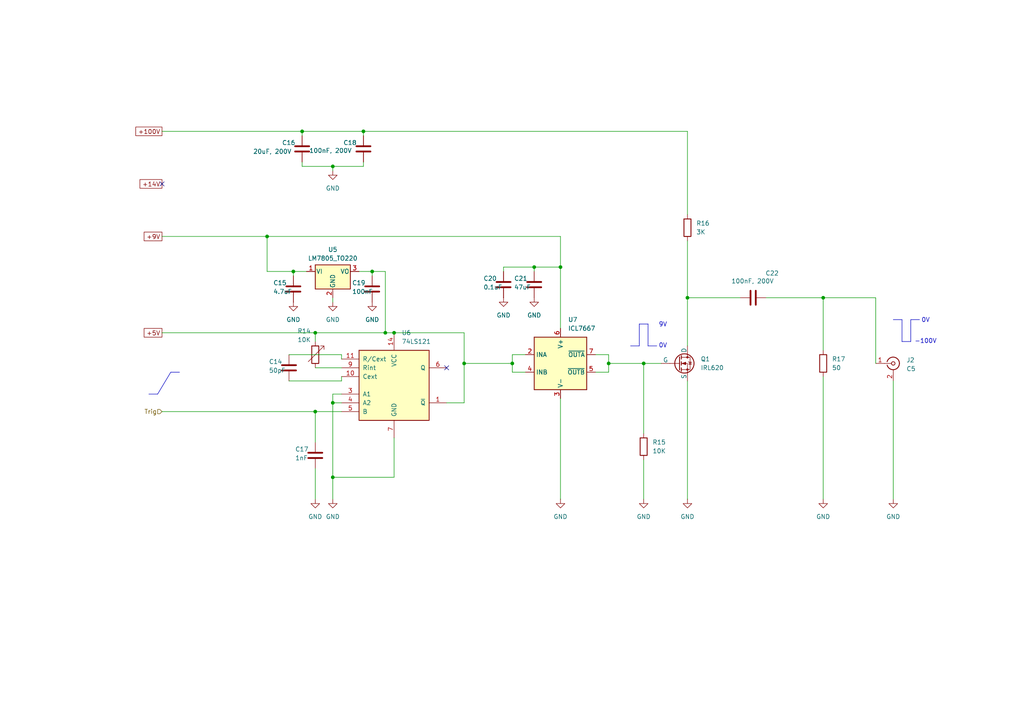
<source format=kicad_sch>
(kicad_sch (version 20231120) (generator "eeschema") (generator_version "8.0")
  (paper "A4")
  (title_block (title "Ultrasound") (company "Ege Turan") (comment 2 "Stanford, CA 94305") (comment 3 "Electrical Engineering Department") (comment 4 "Stanford University"))
  (lib_symbols
    (symbol "74xx:74LS121" (pin_names (offset 1.016))
      (property "Reference" "U" (at -7.62 11.43 0))
      (property "Value" "74LS121" (at -7.62 -11.43 0))
      (symbol "74LS121_1_0"
        (pin output line (at 15.24 -5.08 180) (length 5.08) (name "~{Q}") (number "1"))
        (pin input line (at -15.24 2.54 0) (length 5.08) (name "Cext") (number "10"))
        (pin input line (at -15.24 7.62 0) (length 5.08) (name "R/Cext") (number "11"))
        (pin power_in line (at 0 15.24 270) (length 5.08) (name "VCC") (number "14"))
        (pin input line (at -15.24 -2.54 0) (length 5.08) (name "A1") (number "3"))
        (pin input line (at -15.24 -5.08 0) (length 5.08) (name "A2") (number "4"))
        (pin input line (at -15.24 -7.62 0) (length 5.08) (name "B") (number "5"))
        (pin output line (at 15.24 5.08 180) (length 5.08) (name "Q") (number "6"))
        (pin power_in line (at 0 -15.24 90) (length 5.08) (name "GND") (number "7"))
        (pin input line (at -15.24 5.08 0) (length 5.08) (name "Rint") (number "9"))
      )
      (symbol "74LS121_1_1"
        (rectangle (start -10.16 10.16) (end 10.16 -10.16) (stroke (width 0.254)) (fill (type background)))
      )
    )
    (symbol "Connector:Conn_Coaxial" (pin_names (offset 1.016) hide)
      (property "Reference" "J" (at 0.254 3.048 0))
      (property "Value" "Conn_Coaxial" (at 2.921 0 90))
      (symbol "Conn_Coaxial_0_1"
        (arc (start -1.778 -0.508) (mid 0.2311 -1.8066) (end 1.778 0) (stroke (width 0.254)))
        (polyline (pts (xy -2.54 0) (xy -0.508 0)))
        (polyline (pts (xy 0 -2.54) (xy 0 -1.778)))
        (circle (center 0 0) (radius 0.508) (stroke (width 0.2032)))
        (arc (start 1.778 0) (mid 0.2099 1.8101) (end -1.778 0.508) (stroke (width 0.254)))
      )
      (symbol "Conn_Coaxial_1_1"
        (pin passive line (at -5.08 0 0) (length 2.54) (name "In") (number "1"))
        (pin passive line (at 0 -5.08 90) (length 2.54) (name "Ext") (number "2"))
      )
    )
    (symbol "Device:C" (pin_numbers hide) (pin_names (offset 0.254))
      (property "Reference" "C" (at 0.635 2.54 0))
      (property "Value" "C" (at 0.635 -2.54 0))
      (symbol "C_0_1"
        (polyline (pts (xy -2.032 -0.762) (xy 2.032 -0.762)) (stroke (width 0.508)))
        (polyline (pts (xy -2.032 0.762) (xy 2.032 0.762)) (stroke (width 0.508)))
      )
      (symbol "C_1_1"
        (pin passive line (at 0 3.81 270) (length 2.794) (name "~") (number "1"))
        (pin passive line (at 0 -3.81 90) (length 2.794) (name "~") (number "2"))
      )
    )
    (symbol "Device:R" (pin_numbers hide) (pin_names (offset 0))
      (property "Reference" "R" (at 2.032 0 90))
      (property "Value" "R" (at 0 0 90))
      (symbol "R_0_1"
        (rectangle (start -1.016 -2.54) (end 1.016 2.54) (stroke (width 0.254)))
      )
      (symbol "R_1_1"
        (pin passive line (at 0 3.81 270) (length 1.27) (name "~") (number "1"))
        (pin passive line (at 0 -3.81 90) (length 1.27) (name "~") (number "2"))
      )
    )
    (symbol "Device:R_Variable" (pin_numbers hide) (pin_names (offset 0))
      (property "Reference" "R" (at 2.54 -2.54 90))
      (property "Value" "R_Variable" (at -2.54 -1.27 90))
      (symbol "R_Variable_0_1"
        (rectangle (start -1.016 -2.54) (end 1.016 2.54) (stroke (width 0.254)))
        (polyline (pts (xy 2.54 1.524) (xy 2.54 2.54) (xy 1.524 2.54) (xy 2.54 2.54) (xy -2.032 -2.032)))
      )
      (symbol "R_Variable_1_1"
        (pin passive line (at 0 3.81 270) (length 1.27) (name "~") (number "1"))
        (pin passive line (at 0 -3.81 90) (length 1.27) (name "~") (number "2"))
      )
    )
    (symbol "Driver_FET:ICL7667"
      (property "Reference" "U" (at -7.62 8.89 0))
      (property "Value" "ICL7667" (at 1.27 8.89 0))
      (symbol "ICL7667_0_1"
        (rectangle (start -7.62 -7.62) (end 7.62 7.62) (stroke (width 0.254)) (fill (type background)))
      )
      (symbol "ICL7667_1_1"
        (pin no_connect line (at -7.62 0 0) (length 2.54) hide (name "NC") (number "1"))
        (pin input line (at -10.16 2.54 0) (length 2.54) (name "INA") (number "2"))
        (pin power_in line (at 0 -10.16 90) (length 2.54) (name "V-") (number "3"))
        (pin input line (at -10.16 -2.54 0) (length 2.54) (name "INB") (number "4"))
        (pin output line (at 10.16 -2.54 180) (length 2.54) (name "~{OUTB}") (number "5"))
        (pin power_in line (at 0 10.16 270) (length 2.54) (name "V+") (number "6"))
        (pin output line (at 10.16 2.54 180) (length 2.54) (name "~{OUTA}") (number "7"))
        (pin no_connect line (at 7.62 0 180) (length 2.54) hide (name "NC") (number "8"))
      )
    )
    (symbol "Regulator_Linear:LM7805_TO220" (pin_names (offset 0.254))
      (property "Reference" "U" (at -3.81 3.175 0))
      (property "Value" "LM7805_TO220" (at 0 3.175 0))
      (symbol "LM7805_TO220_0_1"
        (rectangle (start -5.08 1.905) (end 5.08 -5.08) (stroke (width 0.254)) (fill (type background)))
      )
      (symbol "LM7805_TO220_1_1"
        (pin power_in line (at -7.62 0 0) (length 2.54) (name "VI") (number "1"))
        (pin power_in line (at 0 -7.62 90) (length 2.54) (name "GND") (number "2"))
        (pin power_out line (at 7.62 0 180) (length 2.54) (name "VO") (number "3"))
      )
    )
    (symbol "Simulation_SPICE:NMOS" (pin_numbers hide) (pin_names (offset 0))
      (property "Reference" "Q" (at 5.08 1.27 0))
      (property "Value" "NMOS" (at 5.08 -1.27 0))
      (symbol "NMOS_0_1"
        (polyline (pts (xy 0.254 0) (xy -2.54 0)))
        (polyline (pts (xy 0.254 1.905) (xy 0.254 -1.905)) (stroke (width 0.254)))
        (polyline (pts (xy 0.762 -1.27) (xy 0.762 -2.286)) (stroke (width 0.254)))
        (polyline (pts (xy 0.762 0.508) (xy 0.762 -0.508)) (stroke (width 0.254)))
        (polyline (pts (xy 0.762 2.286) (xy 0.762 1.27)) (stroke (width 0.254)))
        (polyline (pts (xy 2.54 2.54) (xy 2.54 1.778)))
        (polyline (pts (xy 2.54 -2.54) (xy 2.54 0) (xy 0.762 0)))
        (polyline (pts (xy 0.762 -1.778) (xy 3.302 -1.778) (xy 3.302 1.778) (xy 0.762 1.778)))
        (polyline (pts (xy 1.016 0) (xy 2.032 0.381) (xy 2.032 -0.381) (xy 1.016 0)) (fill (type outline)))
        (polyline (pts (xy 2.794 0.508) (xy 2.921 0.381) (xy 3.683 0.381) (xy 3.81 0.254)))
        (polyline (pts (xy 3.302 0.381) (xy 2.921 -0.254) (xy 3.683 -0.254) (xy 3.302 0.381)))
        (circle (center 1.651 0) (radius 2.794) (stroke (width 0.254)))
        (circle (center 2.54 -1.778) (radius 0.254) (fill (type outline)))
        (circle (center 2.54 1.778) (radius 0.254) (fill (type outline)))
      )
      (symbol "NMOS_1_1"
        (pin passive line (at 2.54 5.08 270) (length 2.54) (name "D") (number "1"))
        (pin input line (at -5.08 0 0) (length 2.54) (name "G") (number "2"))
        (pin passive line (at 2.54 -5.08 90) (length 2.54) (name "S") (number "3"))
      )
    )
    (symbol "power:GND" (power) (pin_numbers hide) (pin_names (offset 0) hide)
      (property "Value" "GND" (at 0 -3.81 0))
      (symbol "GND_0_1"
        (polyline (pts (xy 0 0) (xy 0 -1.27) (xy 1.27 -1.27) (xy 0 -2.54) (xy -1.27 -1.27) (xy 0 -1.27)))
      )
      (symbol "GND_1_1"
        (pin power_in line (at 0 0 270) (length 0) (name "~") (number "1"))
      )
    )
  )
  (junction (at 111.76 96.52))
  (junction (at 77.47 68.58))
  (junction (at 91.44 96.52))
  (junction (at 162.56 77.47))
  (junction (at 154.94 77.47))
  (junction (at 96.52 138.43))
  (junction (at 186.69 105.41))
  (junction (at 107.95 78.74))
  (junction (at 238.76 86.36))
  (junction (at 91.44 119.38))
  (junction (at 105.41 38.1))
  (junction (at 87.63 38.1))
  (junction (at 85.09 78.74))
  (junction (at 176.53 105.41))
  (junction (at 96.52 116.84))
  (junction (at 148.59 105.41))
  (junction (at 114.3 96.52))
  (junction (at 96.52 48.26))
  (junction (at 134.62 105.41))
  (junction (at 199.39 86.36))
  (no_connect (at 46.99 53.34))
  (no_connect (at 129.54 106.68))
  (wire (pts (xy 259.08 110.49) (xy 259.08 144.78)))
  (wire (pts (xy 87.63 38.1) (xy 87.63 39.37)))
  (polyline (pts (xy 264.16 99.06) (xy 264.16 92.71)))
  (wire (pts (xy 107.95 78.74) (xy 111.76 78.74)))
  (wire (pts (xy 199.39 69.85) (xy 199.39 86.36)))
  (polyline (pts (xy 182.88 100.33) (xy 185.42 100.33)))
  (wire (pts (xy 105.41 38.1) (xy 199.39 38.1)))
  (wire (pts (xy 91.44 96.52) (xy 111.76 96.52)))
  (wire (pts (xy 87.63 38.1) (xy 105.41 38.1)))
  (wire (pts (xy 83.82 110.49) (xy 99.06 110.49)))
  (wire (pts (xy 199.39 86.36) (xy 214.63 86.36)))
  (wire (pts (xy 199.39 110.49) (xy 199.39 144.78)))
  (wire (pts (xy 91.44 106.68) (xy 99.06 106.68)))
  (wire (pts (xy 111.76 78.74) (xy 111.76 96.52)))
  (polyline (pts (xy 49.53 107.95) (xy 45.72 114.3)))
  (wire (pts (xy 46.99 119.38) (xy 91.44 119.38)))
  (wire (pts (xy 91.44 96.52) (xy 91.44 99.06)))
  (wire (pts (xy 46.99 68.58) (xy 77.47 68.58)))
  (wire (pts (xy 238.76 101.6) (xy 238.76 86.36)))
  (wire (pts (xy 77.47 78.74) (xy 85.09 78.74)))
  (wire (pts (xy 154.94 77.47) (xy 162.56 77.47)))
  (wire (pts (xy 134.62 116.84) (xy 129.54 116.84)))
  (wire (pts (xy 96.52 138.43) (xy 96.52 116.84)))
  (wire (pts (xy 199.39 38.1) (xy 199.39 62.23)))
  (wire (pts (xy 85.09 78.74) (xy 88.9 78.74)))
  (wire (pts (xy 83.82 102.87) (xy 99.06 102.87)))
  (wire (pts (xy 87.63 48.26) (xy 87.63 46.99)))
  (wire (pts (xy 96.52 48.26) (xy 96.52 49.53)))
  (wire (pts (xy 148.59 105.41) (xy 148.59 107.95)))
  (wire (pts (xy 114.3 127) (xy 114.3 138.43)))
  (wire (pts (xy 46.99 96.52) (xy 91.44 96.52)))
  (wire (pts (xy 104.14 78.74) (xy 107.95 78.74)))
  (wire (pts (xy 162.56 68.58) (xy 162.56 77.47)))
  (wire (pts (xy 96.52 144.78) (xy 96.52 138.43)))
  (polyline (pts (xy 43.18 114.3) (xy 45.72 114.3)))
  (wire (pts (xy 96.52 48.26) (xy 105.41 48.26)))
  (wire (pts (xy 176.53 105.41) (xy 176.53 107.95)))
  (wire (pts (xy 111.76 96.52) (xy 114.3 96.52)))
  (wire (pts (xy 152.4 102.87) (xy 148.59 102.87)))
  (wire (pts (xy 114.3 138.43) (xy 96.52 138.43)))
  (wire (pts (xy 186.69 133.35) (xy 186.69 144.78)))
  (wire (pts (xy 176.53 102.87) (xy 176.53 105.41)))
  (wire (pts (xy 77.47 68.58) (xy 77.47 78.74)))
  (wire (pts (xy 162.56 95.25) (xy 162.56 77.47)))
  (polyline (pts (xy 261.62 99.06) (xy 264.16 99.06)))
  (wire (pts (xy 254 86.36) (xy 238.76 86.36)))
  (wire (pts (xy 96.52 87.63) (xy 96.52 86.36)))
  (wire (pts (xy 176.53 105.41) (xy 186.69 105.41)))
  (wire (pts (xy 107.95 78.74) (xy 107.95 80.01)))
  (wire (pts (xy 46.99 38.1) (xy 87.63 38.1)))
  (polyline (pts (xy 185.42 93.98) (xy 185.42 100.33)))
  (wire (pts (xy 96.52 116.84) (xy 99.06 116.84)))
  (wire (pts (xy 99.06 110.49) (xy 99.06 109.22)))
  (wire (pts (xy 99.06 102.87) (xy 99.06 104.14)))
  (polyline (pts (xy 49.53 107.95) (xy 52.07 107.95)))
  (wire (pts (xy 154.94 77.47) (xy 154.94 78.74)))
  (wire (pts (xy 146.05 78.74) (xy 146.05 77.47)))
  (wire (pts (xy 91.44 119.38) (xy 91.44 128.27)))
  (wire (pts (xy 254 105.41) (xy 254 86.36)))
  (polyline (pts (xy 259.08 92.71) (xy 261.62 92.71)))
  (wire (pts (xy 134.62 96.52) (xy 134.62 105.41)))
  (wire (pts (xy 238.76 109.22) (xy 238.76 144.78)))
  (wire (pts (xy 186.69 105.41) (xy 191.77 105.41)))
  (wire (pts (xy 105.41 38.1) (xy 105.41 39.37)))
  (wire (pts (xy 186.69 105.41) (xy 186.69 125.73)))
  (wire (pts (xy 176.53 107.95) (xy 172.72 107.95)))
  (wire (pts (xy 238.76 86.36) (xy 222.25 86.36)))
  (wire (pts (xy 162.56 115.57) (xy 162.56 144.78)))
  (wire (pts (xy 172.72 102.87) (xy 176.53 102.87)))
  (wire (pts (xy 114.3 96.52) (xy 134.62 96.52)))
  (wire (pts (xy 134.62 105.41) (xy 134.62 116.84)))
  (polyline (pts (xy 261.62 92.71) (xy 261.62 99.06)))
  (wire (pts (xy 146.05 77.47) (xy 154.94 77.47)))
  (wire (pts (xy 87.63 48.26) (xy 96.52 48.26)))
  (wire (pts (xy 91.44 135.89) (xy 91.44 144.78)))
  (wire (pts (xy 96.52 114.3) (xy 99.06 114.3)))
  (wire (pts (xy 91.44 119.38) (xy 99.06 119.38)))
  (wire (pts (xy 148.59 102.87) (xy 148.59 105.41)))
  (polyline (pts (xy 49.53 107.95) (xy 49.53 107.95)))
  (wire (pts (xy 134.62 105.41) (xy 148.59 105.41)))
  (wire (pts (xy 199.39 86.36) (xy 199.39 100.33)))
  (polyline (pts (xy 185.42 93.98) (xy 187.96 93.98)))
  (polyline (pts (xy 187.96 100.33) (xy 187.96 93.98)))
  (wire (pts (xy 162.56 68.58) (xy 77.47 68.58)))
  (wire (pts (xy 148.59 107.95) (xy 152.4 107.95)))
  (wire (pts (xy 105.41 48.26) (xy 105.41 46.99)))
  (wire (pts (xy 96.52 116.84) (xy 96.52 114.3)))
  (wire (pts (xy 85.09 78.74) (xy 85.09 80.01)))
  (polyline (pts (xy 264.16 92.71) (xy 266.7 92.71)))
  (polyline (pts (xy 187.96 100.33) (xy 190.5 100.33)))
  (text "-100V" (at 268.478 99.06 0) (effects (font (size 1.27 1.27))))
  (text "9V" (at 192.278 94.234 0) (effects (font (size 1.27 1.27))))
  (text "0V" (at 268.478 92.964 0) (effects (font (size 1.27 1.27))))
  (text "0V" (at 192.278 100.33 0) (effects (font (size 1.27 1.27))))
  (global_label "+14V" (shape passive) (at 46.99 53.34 180) (property "Intersheetrefs" "${INTERSHEET_REFS}" (effects (hide yes))))
  (global_label "+9V" (shape passive) (at 46.99 68.58 180) (property "Intersheetrefs" "${INTERSHEET_REFS}" (effects (hide yes))))
  (global_label "+5V" (shape passive) (at 46.99 96.52 180) (property "Intersheetrefs" "${INTERSHEET_REFS}" (effects (hide yes))))
  (global_label "+100V" (shape passive) (at 46.99 38.1 180) (property "Intersheetrefs" "${INTERSHEET_REFS}" (effects (hide yes))))
  (hierarchical_label "Trig" (shape input) (at 46.99 119.38 180))
  (symbol (lib_id "power:GND") (at 199.39 144.78 0) (unit 1)
    (property "Reference" "#PWR029" (effects (hide yes)))
    (property "Value" "GND" (at 199.39 149.86 0))
    (property "Description" "Power symbol creates a global label with name \"GND\" , ground" (effects (hide yes)))
  )
  (symbol (lib_id "Regulator_Linear:LM7805_TO220") (at 96.52 78.74 0) (unit 1)
    (property "Reference" "U5" (at 96.52 72.39 0))
    (property "Value" "LM7805_TO220" (at 96.52 74.93 0))
    (property "Footprint" "Package_TO_SOT_THT:TO-220-3_Vertical" (effects (hide yes)))
    (property "Datasheet" "https://www.onsemi.cn/PowerSolutions/document/MC7800-D.PDF" (effects (hide yes)))
    (property "Description" "Positive 1A 35V Linear Regulator, Fixed Output 5V, TO-220" (effects (hide yes)))
  )
  (symbol (lib_id "Device:C") (at 107.95 83.82 180) (unit 1)
    (property "Reference" "C19" (at 102.108 82.042 0) (effects (justify right)))
    (property "Value" "100nF" (at 102.108 84.582 0) (effects (justify right)))
    (property "Description" "Unpolarized capacitor" (effects (hide yes)))
  )
  (symbol (lib_id "Device:R") (at 186.69 129.54 0) (unit 1)
    (property "Reference" "R15" (at 189.23 128.2699 0) (effects (justify left)))
    (property "Value" "10K" (at 189.23 130.8099 0) (effects (justify left)))
    (property "Description" "Resistor" (effects (hide yes)))
  )
  (symbol (lib_id "power:GND") (at 85.09 87.63 0) (unit 1)
    (property "Reference" "#PWR022" (effects (hide yes)))
    (property "Value" "GND" (at 85.09 92.71 0))
    (property "Description" "Power symbol creates a global label with name \"GND\" , ground" (effects (hide yes)))
  )
  (symbol (lib_id "Device:C") (at 87.63 43.18 180) (unit 1)
    (property "Reference" "C16" (at 81.788 41.402 0) (effects (justify right)))
    (property "Value" "20uF, 200V" (at 73.406 43.942 0) (effects (justify right)))
    (property "Description" "Unpolarized capacitor" (effects (hide yes)))
  )
  (symbol (lib_id "power:GND") (at 238.76 144.78 0) (unit 1)
    (property "Reference" "#PWR030" (effects (hide yes)))
    (property "Value" "GND" (at 238.76 149.86 0))
    (property "Description" "Power symbol creates a global label with name \"GND\" , ground" (effects (hide yes)))
  )
  (symbol (lib_id "74xx:74LS121") (at 114.3 111.76 0) (unit 1)
    (property "Reference" "U6" (at 116.4941 96.52 0) (effects (justify left)))
    (property "Value" "74LS121" (at 116.4941 99.06 0) (effects (justify left)))
    (property "Datasheet" "http://www.ti.com/lit/gpn/sn74121" (effects (hide yes)))
    (property "Description" "monostable multivibrator with Schmitt-trigger inputs" (effects (hide yes)))
  )
  (symbol (lib_id "Device:C") (at 105.41 43.18 180) (unit 1)
    (property "Reference" "C18" (at 99.568 41.402 0) (effects (justify right)))
    (property "Value" "100nF, 200V" (at 89.662 43.688 0) (effects (justify right)))
    (property "Description" "Unpolarized capacitor" (effects (hide yes)))
  )
  (symbol (lib_id "power:GND") (at 107.95 87.63 0) (unit 1)
    (property "Reference" "#PWR023" (effects (hide yes)))
    (property "Value" "GND" (at 107.95 92.71 0))
    (property "Description" "Power symbol creates a global label with name \"GND\" , ground" (effects (hide yes)))
  )
  (symbol (lib_id "Device:R") (at 238.76 105.41 0) (unit 1)
    (property "Reference" "R17" (at 241.3 104.1399 0) (effects (justify left)))
    (property "Value" "50" (at 241.3 106.6799 0) (effects (justify left)))
    (property "Description" "Resistor" (effects (hide yes)))
  )
  (symbol (lib_id "Device:R_Variable") (at 91.44 102.87 0) (unit 1)
    (property "Reference" "R14" (at 90.17 96.012 0) (effects (justify right)))
    (property "Value" "10K" (at 90.17 98.552 0) (effects (justify right)))
    (property "Description" "Variable resistor" (effects (hide yes)))
  )
  (symbol (lib_id "power:GND") (at 96.52 49.53 0) (unit 1)
    (property "Reference" "#PWR024" (effects (hide yes)))
    (property "Value" "GND" (at 96.52 54.61 0))
    (property "Description" "Power symbol creates a global label with name \"GND\" , ground" (effects (hide yes)))
  )
  (symbol (lib_id "power:GND") (at 259.08 144.78 0) (unit 1)
    (property "Reference" "#PWR031" (effects (hide yes)))
    (property "Value" "GND" (at 259.08 149.86 0))
    (property "Description" "Power symbol creates a global label with name \"GND\" , ground" (effects (hide yes)))
  )
  (symbol (lib_id "Device:C") (at 146.05 82.55 180) (unit 1)
    (property "Reference" "C20" (at 140.208 80.772 0) (effects (justify right)))
    (property "Value" "0.1uF" (at 140.208 83.312 0) (effects (justify right)))
    (property "Description" "Unpolarized capacitor" (effects (hide yes)))
  )
  (symbol (lib_id "Connector:Conn_Coaxial") (at 259.08 105.41 0) (unit 1)
    (property "Reference" "J2" (at 262.89 104.4331 0) (effects (justify left)))
    (property "Value" "C5" (at 262.89 106.9731 0) (effects (justify left)))
    (property "Description" "coaxial connector (BNC, SMA, SMB, SMC, Cinch/RCA, LEMO, ...)" (effects (hide yes)))
  )
  (symbol (lib_id "power:GND") (at 96.52 144.78 0) (unit 1)
    (property "Reference" "#PWR020" (effects (hide yes)))
    (property "Value" "GND" (at 96.52 149.86 0))
    (property "Description" "Power symbol creates a global label with name \"GND\" , ground" (effects (hide yes)))
  )
  (symbol (lib_id "power:GND") (at 186.69 144.78 0) (unit 1)
    (property "Reference" "#PWR028" (effects (hide yes)))
    (property "Value" "GND" (at 186.69 149.86 0))
    (property "Description" "Power symbol creates a global label with name \"GND\" , ground" (effects (hide yes)))
  )
  (symbol (lib_id "power:GND") (at 154.94 86.36 0) (unit 1)
    (property "Reference" "#PWR027" (effects (hide yes)))
    (property "Value" "GND" (at 154.94 91.44 0))
    (property "Description" "Power symbol creates a global label with name \"GND\" , ground" (effects (hide yes)))
  )
  (symbol (lib_id "Driver_FET:ICL7667") (at 162.56 105.41 0) (unit 1)
    (property "Reference" "U7" (at 164.7541 92.71 0) (effects (justify left)))
    (property "Value" "ICL7667" (at 164.7541 95.25 0) (effects (justify left)))
    (property "Datasheet" "http://www.intersil.com/content/dam/Intersil/documents/icl7/icl7667.pdf" (effects (hide yes)))
    (property "Description" "Dual Power MOSFET Driver, DIP-8/SOIC-8" (effects (hide yes)))
  )
  (symbol (lib_id "Device:C") (at 218.44 86.36 90) (unit 1)
    (property "Reference" "C22" (at 221.996 79.248 90) (effects (justify right)))
    (property "Value" "100nF, 200V" (at 212.09 81.534 90) (effects (justify right)))
    (property "Description" "Unpolarized capacitor" (effects (hide yes)))
  )
  (symbol (lib_id "power:GND") (at 91.44 144.78 0) (unit 1)
    (property "Reference" "#PWR019" (effects (hide yes)))
    (property "Value" "GND" (at 91.44 149.86 0))
    (property "Description" "Power symbol creates a global label with name \"GND\" , ground" (effects (hide yes)))
  )
  (symbol (lib_id "Device:C") (at 85.09 83.82 180) (unit 1)
    (property "Reference" "C15" (at 79.248 82.042 0) (effects (justify right)))
    (property "Value" "4.7uF" (at 79.248 84.582 0) (effects (justify right)))
    (property "Description" "Unpolarized capacitor" (effects (hide yes)))
  )
  (symbol (lib_id "power:GND") (at 146.05 86.36 0) (unit 1)
    (property "Reference" "#PWR026" (effects (hide yes)))
    (property "Value" "GND" (at 146.05 91.44 0))
    (property "Description" "Power symbol creates a global label with name \"GND\" , ground" (effects (hide yes)))
  )
  (symbol (lib_id "Device:R") (at 199.39 66.04 0) (unit 1)
    (property "Reference" "R16" (at 201.93 64.7699 0) (effects (justify left)))
    (property "Value" "3K" (at 201.93 67.3099 0) (effects (justify left)))
    (property "Description" "Resistor" (effects (hide yes)))
  )
  (symbol (lib_id "Device:C") (at 83.82 106.68 180) (unit 1)
    (property "Reference" "C14" (at 77.978 104.902 0) (effects (justify right)))
    (property "Value" "50pF" (at 77.978 107.442 0) (effects (justify right)))
    (property "Description" "Unpolarized capacitor" (effects (hide yes)))
  )
  (symbol (lib_id "Simulation_SPICE:NMOS") (at 196.85 105.41 0) (unit 1)
    (property "Reference" "Q1" (at 203.2 104.1399 0) (effects (justify left)))
    (property "Value" "IRL620" (at 203.2 106.6799 0) (effects (justify left)))
    (property "Datasheet" "https://ngspice.sourceforge.io/docs/ngspice-html-manual/manual.xhtml#cha_MOSFETs" (effects (hide yes)))
    (property "Description" "N-MOSFET transistor, drain/source/gate" (effects (hide yes)))
    (property "Sim.Device" "NMOS" (effects (hide yes)))
    (property "Sim.Type" "VDMOS" (effects (hide yes)))
    (property "Sim.Pins" "1=D 2=G 3=S" (effects (hide yes)))
  )
  (symbol (lib_id "power:GND") (at 162.56 144.78 0) (unit 1)
    (property "Reference" "#PWR025" (effects (hide yes)))
    (property "Value" "GND" (at 162.56 149.86 0))
    (property "Description" "Power symbol creates a global label with name \"GND\" , ground" (effects (hide yes)))
  )
  (symbol (lib_id "power:GND") (at 96.52 87.63 0) (unit 1)
    (property "Reference" "#PWR021" (effects (hide yes)))
    (property "Value" "GND" (at 96.52 92.71 0))
    (property "Description" "Power symbol creates a global label with name \"GND\" , ground" (effects (hide yes)))
  )
  (symbol (lib_id "Device:C") (at 91.44 132.08 180) (unit 1)
    (property "Reference" "C17" (at 85.598 130.302 0) (effects (justify right)))
    (property "Value" "1nF" (at 85.598 132.842 0) (effects (justify right)))
    (property "Description" "Unpolarized capacitor" (effects (hide yes)))
  )
  (symbol (lib_id "Device:C") (at 154.94 82.55 180) (unit 1)
    (property "Reference" "C21" (at 149.098 80.772 0) (effects (justify right)))
    (property "Value" "47uF" (at 149.098 83.312 0) (effects (justify right)))
    (property "Description" "Unpolarized capacitor" (effects (hide yes)))
  )
)
</source>
